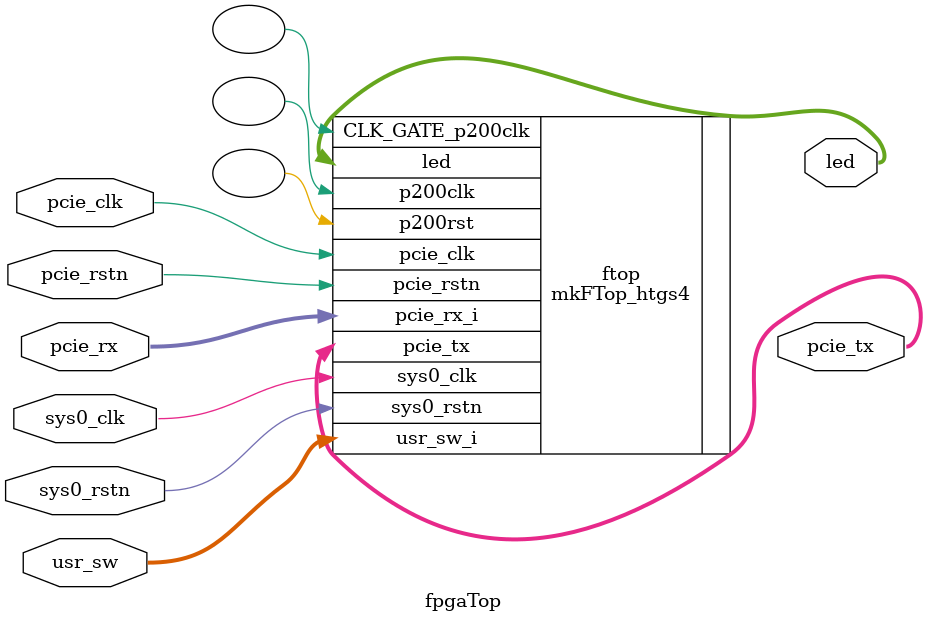
<source format=v>

module fpgaTop (
  input  wire         sys0_clk,      // 200 MHz free-running
  input  wire         sys0_rstn,     // External active-low reset 
  input  wire         pcie_clk,      // PCIe Clock
  input  wire         pcie_rstn,     // PCIe Reset
  input  wire [ 3:0]  pcie_rx,       // PCIe lanes...
  output wire [ 3:0]  pcie_tx,
  input  wire [ 7:0]  usr_sw,        // dip-switches
  output wire [ 7:0]  led            // leds
);

// Instance and connect mkFTop...
 mkFTop_htgs4 ftop (
  .sys0_clk         (sys0_clk),
  .sys0_rstn        (sys0_rstn),
  .pcie_clk         (pcie_clk),
  .pcie_rstn        (pcie_rstn),
  .pcie_rx_i        (pcie_rx),
  .pcie_tx          (pcie_tx),
  .usr_sw_i         (usr_sw),
  .led              (led),
  .p200clk          (),
  .CLK_GATE_p200clk (),
  .p200rst          ()
);

endmodule

</source>
